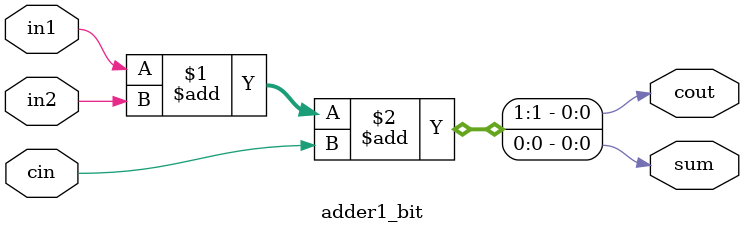
<source format=v>

module genrate(in1,in2,sum,cout,cin);
 input [15:0] in1,in2;
 input cin;
 output [15:0] sum;
 output cout;
 wire [16:0] w; 
  assign w[0] = cin;      // cin value transfer the wire[0]
  
 genvar i;
 generate
  for(i=0;i<16;i=i+1)
  begin
   adder1_bit add(in1[i],in2[i],w[i],sum[i],w[i+1]) ;
  end 
 endgenerate
  // assign the final carry 
 assign cout = w[16];

endmodule

module adder1_bit(in1,in2,cin,sum,cout);
 input in1,in2,cin;
 output sum,cout;
 assign {cout,sum}=in1+in2+cin;
endmodule

</source>
